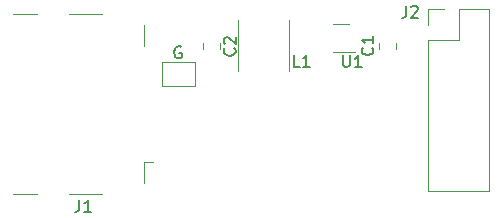
<source format=gbr>
%TF.GenerationSoftware,KiCad,Pcbnew,7.0.10*%
%TF.CreationDate,2024-01-20T12:44:41+00:00*%
%TF.ProjectId,arty_hdmi_pmod,61727479-5f68-4646-9d69-5f706d6f642e,rev?*%
%TF.SameCoordinates,Original*%
%TF.FileFunction,Legend,Top*%
%TF.FilePolarity,Positive*%
%FSLAX46Y46*%
G04 Gerber Fmt 4.6, Leading zero omitted, Abs format (unit mm)*
G04 Created by KiCad (PCBNEW 7.0.10) date 2024-01-20 12:44:41*
%MOMM*%
%LPD*%
G01*
G04 APERTURE LIST*
%ADD10C,0.150000*%
%ADD11C,0.120000*%
G04 APERTURE END LIST*
D10*
X102093733Y-52575619D02*
X101617543Y-52575619D01*
X101617543Y-52575619D02*
X101617543Y-51575619D01*
X102950876Y-52575619D02*
X102379448Y-52575619D01*
X102665162Y-52575619D02*
X102665162Y-51575619D01*
X102665162Y-51575619D02*
X102569924Y-51718476D01*
X102569924Y-51718476D02*
X102474686Y-51813714D01*
X102474686Y-51813714D02*
X102379448Y-51861333D01*
X96574780Y-51017466D02*
X96622400Y-51065085D01*
X96622400Y-51065085D02*
X96670019Y-51207942D01*
X96670019Y-51207942D02*
X96670019Y-51303180D01*
X96670019Y-51303180D02*
X96622400Y-51446037D01*
X96622400Y-51446037D02*
X96527161Y-51541275D01*
X96527161Y-51541275D02*
X96431923Y-51588894D01*
X96431923Y-51588894D02*
X96241447Y-51636513D01*
X96241447Y-51636513D02*
X96098590Y-51636513D01*
X96098590Y-51636513D02*
X95908114Y-51588894D01*
X95908114Y-51588894D02*
X95812876Y-51541275D01*
X95812876Y-51541275D02*
X95717638Y-51446037D01*
X95717638Y-51446037D02*
X95670019Y-51303180D01*
X95670019Y-51303180D02*
X95670019Y-51207942D01*
X95670019Y-51207942D02*
X95717638Y-51065085D01*
X95717638Y-51065085D02*
X95765257Y-51017466D01*
X95765257Y-50636513D02*
X95717638Y-50588894D01*
X95717638Y-50588894D02*
X95670019Y-50493656D01*
X95670019Y-50493656D02*
X95670019Y-50255561D01*
X95670019Y-50255561D02*
X95717638Y-50160323D01*
X95717638Y-50160323D02*
X95765257Y-50112704D01*
X95765257Y-50112704D02*
X95860495Y-50065085D01*
X95860495Y-50065085D02*
X95955733Y-50065085D01*
X95955733Y-50065085D02*
X96098590Y-50112704D01*
X96098590Y-50112704D02*
X96670019Y-50684132D01*
X96670019Y-50684132D02*
X96670019Y-50065085D01*
X105765695Y-51604819D02*
X105765695Y-52414342D01*
X105765695Y-52414342D02*
X105813314Y-52509580D01*
X105813314Y-52509580D02*
X105860933Y-52557200D01*
X105860933Y-52557200D02*
X105956171Y-52604819D01*
X105956171Y-52604819D02*
X106146647Y-52604819D01*
X106146647Y-52604819D02*
X106241885Y-52557200D01*
X106241885Y-52557200D02*
X106289504Y-52509580D01*
X106289504Y-52509580D02*
X106337123Y-52414342D01*
X106337123Y-52414342D02*
X106337123Y-51604819D01*
X107337123Y-52604819D02*
X106765695Y-52604819D01*
X107051409Y-52604819D02*
X107051409Y-51604819D01*
X107051409Y-51604819D02*
X106956171Y-51747676D01*
X106956171Y-51747676D02*
X106860933Y-51842914D01*
X106860933Y-51842914D02*
X106765695Y-51890533D01*
X108239580Y-50966666D02*
X108287200Y-51014285D01*
X108287200Y-51014285D02*
X108334819Y-51157142D01*
X108334819Y-51157142D02*
X108334819Y-51252380D01*
X108334819Y-51252380D02*
X108287200Y-51395237D01*
X108287200Y-51395237D02*
X108191961Y-51490475D01*
X108191961Y-51490475D02*
X108096723Y-51538094D01*
X108096723Y-51538094D02*
X107906247Y-51585713D01*
X107906247Y-51585713D02*
X107763390Y-51585713D01*
X107763390Y-51585713D02*
X107572914Y-51538094D01*
X107572914Y-51538094D02*
X107477676Y-51490475D01*
X107477676Y-51490475D02*
X107382438Y-51395237D01*
X107382438Y-51395237D02*
X107334819Y-51252380D01*
X107334819Y-51252380D02*
X107334819Y-51157142D01*
X107334819Y-51157142D02*
X107382438Y-51014285D01*
X107382438Y-51014285D02*
X107430057Y-50966666D01*
X108334819Y-50014285D02*
X108334819Y-50585713D01*
X108334819Y-50299999D02*
X107334819Y-50299999D01*
X107334819Y-50299999D02*
X107477676Y-50395237D01*
X107477676Y-50395237D02*
X107572914Y-50490475D01*
X107572914Y-50490475D02*
X107620533Y-50585713D01*
X83435866Y-63869219D02*
X83435866Y-64583504D01*
X83435866Y-64583504D02*
X83388247Y-64726361D01*
X83388247Y-64726361D02*
X83293009Y-64821600D01*
X83293009Y-64821600D02*
X83150152Y-64869219D01*
X83150152Y-64869219D02*
X83054914Y-64869219D01*
X84435866Y-64869219D02*
X83864438Y-64869219D01*
X84150152Y-64869219D02*
X84150152Y-63869219D01*
X84150152Y-63869219D02*
X84054914Y-64012076D01*
X84054914Y-64012076D02*
X83959676Y-64107314D01*
X83959676Y-64107314D02*
X83864438Y-64154933D01*
X111121866Y-47410019D02*
X111121866Y-48124304D01*
X111121866Y-48124304D02*
X111074247Y-48267161D01*
X111074247Y-48267161D02*
X110979009Y-48362400D01*
X110979009Y-48362400D02*
X110836152Y-48410019D01*
X110836152Y-48410019D02*
X110740914Y-48410019D01*
X111550438Y-47505257D02*
X111598057Y-47457638D01*
X111598057Y-47457638D02*
X111693295Y-47410019D01*
X111693295Y-47410019D02*
X111931390Y-47410019D01*
X111931390Y-47410019D02*
X112026628Y-47457638D01*
X112026628Y-47457638D02*
X112074247Y-47505257D01*
X112074247Y-47505257D02*
X112121866Y-47600495D01*
X112121866Y-47600495D02*
X112121866Y-47695733D01*
X112121866Y-47695733D02*
X112074247Y-47838590D01*
X112074247Y-47838590D02*
X111502819Y-48410019D01*
X111502819Y-48410019D02*
X112121866Y-48410019D01*
X92057504Y-50912038D02*
X91962266Y-50864419D01*
X91962266Y-50864419D02*
X91819409Y-50864419D01*
X91819409Y-50864419D02*
X91676552Y-50912038D01*
X91676552Y-50912038D02*
X91581314Y-51007276D01*
X91581314Y-51007276D02*
X91533695Y-51102514D01*
X91533695Y-51102514D02*
X91486076Y-51292990D01*
X91486076Y-51292990D02*
X91486076Y-51435847D01*
X91486076Y-51435847D02*
X91533695Y-51626323D01*
X91533695Y-51626323D02*
X91581314Y-51721561D01*
X91581314Y-51721561D02*
X91676552Y-51816800D01*
X91676552Y-51816800D02*
X91819409Y-51864419D01*
X91819409Y-51864419D02*
X91914647Y-51864419D01*
X91914647Y-51864419D02*
X92057504Y-51816800D01*
X92057504Y-51816800D02*
X92105123Y-51769180D01*
X92105123Y-51769180D02*
X92105123Y-51435847D01*
X92105123Y-51435847D02*
X91914647Y-51435847D01*
D11*
%TO.C,C2*%
X95375400Y-50589548D02*
X95375400Y-51112052D01*
X93905400Y-50589548D02*
X93905400Y-51112052D01*
%TO.C,L1*%
X96906000Y-52954000D02*
X96906000Y-48646000D01*
X101214000Y-48646000D02*
X101214000Y-52954000D01*
%TO.C,U1*%
X106280000Y-48990000D02*
X104880000Y-48990000D01*
X104880000Y-51310000D02*
X106780000Y-51310000D01*
%TO.C,C1*%
X108825000Y-51061252D02*
X108825000Y-50538748D01*
X110295000Y-51061252D02*
X110295000Y-50538748D01*
%TO.C,J1*%
X89700000Y-60640000D02*
X88950000Y-60640000D01*
X88950000Y-60640000D02*
X88950000Y-62440000D01*
X88950000Y-49040000D02*
X88950000Y-50840000D01*
X85400000Y-63350000D02*
X82600000Y-63350000D01*
X85400000Y-48130000D02*
X82600000Y-48130000D01*
X79900000Y-63350000D02*
X77800000Y-63350000D01*
X79900000Y-48130000D02*
X77800000Y-48130000D01*
%TO.C,J2*%
X112970000Y-47710000D02*
X114300000Y-47710000D01*
X112970000Y-49040000D02*
X112970000Y-47710000D01*
X112970000Y-50310000D02*
X112970000Y-63070000D01*
X112970000Y-50310000D02*
X115570000Y-50310000D01*
X112970000Y-63070000D02*
X118170000Y-63070000D01*
X115570000Y-47710000D02*
X118170000Y-47710000D01*
X115570000Y-50310000D02*
X115570000Y-47710000D01*
X118170000Y-47710000D02*
X118170000Y-63070000D01*
%TO.C,G*%
X90446400Y-52187600D02*
X93246400Y-52187600D01*
X90446400Y-54187600D02*
X90446400Y-52187600D01*
X93246400Y-52187600D02*
X93246400Y-54187600D01*
X93246400Y-54187600D02*
X90446400Y-54187600D01*
%TD*%
M02*

</source>
